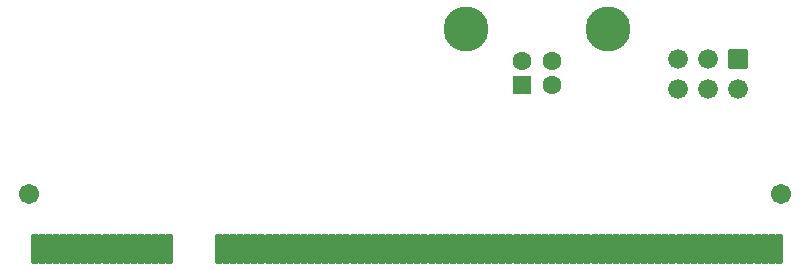
<source format=gbs>
G04 Layer: BottomSolderMaskLayer*
G04 EasyEDA v6.5.23, 2023-08-22 14:51:30*
G04 a67cddfb3fce44daa9051d46cbbcc19f,10*
G04 Gerber Generator version 0.2*
G04 Scale: 100 percent, Rotated: No, Reflected: No *
G04 Dimensions in millimeters *
G04 leading zeros omitted , absolute positions ,4 integer and 5 decimal *
%FSLAX45Y45*%
%MOMM*%

%AMMACRO1*4,1,32,-0.225,-1.2516,-0.2555,-1.2465,-0.286,-1.2313,-0.3063,-1.2109,-0.3216,-1.1805,-0.3266,-1.15,-0.3277,-1.149,-0.3277,1.1497,-0.3266,1.15,-0.3216,1.1805,-0.3063,1.2109,-0.286,1.2313,-0.2555,1.2465,-0.225,1.2516,-0.2261,1.2513,0.2261,1.2513,0.2248,1.2516,0.2553,1.2465,0.2858,1.2313,0.3061,1.2109,0.3213,1.1805,0.3264,1.15,0.3277,1.1497,0.3277,-1.149,0.3264,-1.15,0.3213,-1.1805,0.3061,-1.2109,0.2858,-1.2313,0.2553,-1.2465,0.2248,-1.2516,0.2261,-1.2506,-0.2261,-1.2506,-0.225,-1.2516,0*%
%AMMACRO2*4,1,32,-0.2253,-1.2516,-0.2558,-1.2465,-0.2863,-1.2313,-0.3066,-1.2109,-0.3218,-1.1805,-0.3269,-1.15,-0.3259,-1.149,-0.3259,1.1497,-0.3269,1.15,-0.3218,1.1805,-0.3066,1.2109,-0.2863,1.2313,-0.2558,1.2465,-0.2253,1.2516,-0.2243,1.2513,0.2253,1.2513,0.2248,1.2516,0.2553,1.2465,0.2857,1.2313,0.3061,1.2109,0.3213,1.1805,0.3264,1.15,0.3269,1.1497,0.3269,-1.149,0.3264,-1.15,0.3213,-1.1805,0.3061,-1.2109,0.2857,-1.2313,0.2553,-1.2465,0.2248,-1.2516,0.2253,-1.2506,-0.2243,-1.2506,-0.2253,-1.2516,0*%
%AMMACRO3*4,1,30,-0.225,-1.2516,-0.2555,-1.2465,-0.286,-1.2313,-0.3063,-1.2109,-0.3216,-1.1805,-0.3266,-1.15,-0.3261,-1.149,-0.3261,1.1497,-0.3266,1.15,-0.3216,1.1805,-0.3063,1.2109,-0.286,1.2313,-0.2555,1.2465,-0.225,1.2516,-0.2245,1.2513,0.225,1.2513,0.225,1.2516,0.2555,1.2465,0.286,1.2313,0.3063,1.2109,0.3216,1.1805,0.3266,1.15,0.3266,-1.15,0.3216,-1.1805,0.3063,-1.2109,0.286,-1.2313,0.2555,-1.2465,0.225,-1.2516,0.225,-1.2506,-0.2245,-1.2506,-0.225,-1.2516,0*%
%AMMACRO4*4,1,30,-0.225,-1.2516,-0.2555,-1.2465,-0.286,-1.2313,-0.3063,-1.2109,-0.3216,-1.1805,-0.3266,-1.15,-0.3266,1.15,-0.3216,1.1805,-0.3063,1.2109,-0.286,1.2313,-0.2555,1.2465,-0.225,1.2516,-0.225,1.2513,0.2245,1.2513,0.225,1.2516,0.2555,1.2465,0.286,1.2313,0.3063,1.2109,0.3216,1.1805,0.3266,1.15,0.3261,1.1497,0.3261,-1.149,0.3266,-1.15,0.3216,-1.1805,0.3063,-1.2109,0.286,-1.2313,0.2555,-1.2465,0.225,-1.2516,0.2245,-1.2506,-0.225,-1.2506,-0.225,-1.2516,0*%
%AMMACRO5*4,1,32,-0.2245,-1.2516,-0.255,-1.2465,-0.2855,-1.2313,-0.3058,-1.2109,-0.3211,-1.1805,-0.3261,-1.15,-0.3269,-1.149,-0.3269,1.1497,-0.3261,1.15,-0.3211,1.1805,-0.3058,1.2109,-0.2855,1.2313,-0.255,1.2465,-0.2245,1.2516,-0.2253,1.2513,0.2243,1.2513,0.2253,1.2516,0.2558,1.2465,0.2863,1.2313,0.3066,1.2109,0.3218,1.1805,0.3269,1.15,0.3259,1.1497,0.3259,-1.149,0.3269,-1.15,0.3218,-1.1805,0.3066,-1.2109,0.2863,-1.2313,0.2558,-1.2465,0.2253,-1.2516,0.2243,-1.2506,-0.2253,-1.2506,-0.2245,-1.2516,0*%
%AMMACRO6*4,1,32,-0.2254,-1.2516,-0.2559,-1.2465,-0.2864,-1.2313,-0.3067,-1.2109,-0.3219,-1.1805,-0.327,-1.15,-0.3258,-1.149,-0.3258,1.1497,-0.327,1.15,-0.3219,1.1805,-0.3067,1.2109,-0.2864,1.2313,-0.2559,1.2465,-0.2254,1.2516,-0.2242,1.2513,0.2254,1.2513,0.2247,1.2516,0.2551,1.2465,0.2856,1.2313,0.3059,1.2109,0.3212,1.1805,0.3263,1.15,0.327,1.1497,0.327,-1.149,0.3263,-1.15,0.3212,-1.1805,0.3059,-1.2109,0.2856,-1.2313,0.2551,-1.2465,0.2247,-1.2516,0.2254,-1.2506,-0.2242,-1.2506,-0.2254,-1.2516,0*%
%AMMACRO7*4,1,32,-0.2252,-1.2516,-0.2557,-1.2465,-0.2861,-1.2313,-0.3065,-1.2109,-0.3217,-1.1805,-0.3268,-1.15,-0.326,-1.149,-0.326,1.1497,-0.3268,1.15,-0.3217,1.1805,-0.3065,1.2109,-0.2861,1.2313,-0.2557,1.2465,-0.2252,1.2516,-0.2244,1.2513,0.2252,1.2513,0.2249,1.2516,0.2554,1.2465,0.2859,1.2313,0.3062,1.2109,0.3214,1.1805,0.3265,1.15,0.3268,1.1497,0.3268,-1.149,0.3265,-1.15,0.3214,-1.1805,0.3062,-1.2109,0.2859,-1.2313,0.2554,-1.2465,0.2249,-1.2516,0.2252,-1.2506,-0.2244,-1.2506,-0.2252,-1.2516,0*%
%AMMACRO8*4,1,32,-0.225,-1.2516,-0.2555,-1.2465,-0.286,-1.2313,-0.3063,-1.2109,-0.3216,-1.1805,-0.3266,-1.15,-0.3264,-1.149,-0.3264,1.1497,-0.3266,1.15,-0.3216,1.1805,-0.3063,1.2109,-0.286,1.2313,-0.2555,1.2465,-0.225,1.2516,-0.2248,1.2513,0.2248,1.2513,0.225,1.2516,0.2555,1.2465,0.286,1.2313,0.3063,1.2109,0.3216,1.1805,0.3266,1.15,0.3264,1.1497,0.3264,-1.149,0.3266,-1.15,0.3216,-1.1805,0.3063,-1.2109,0.286,-1.2313,0.2555,-1.2465,0.225,-1.2516,0.2248,-1.2506,-0.2248,-1.2506,-0.225,-1.2516,0*%
%AMMACRO9*4,1,32,-0.2249,-1.2516,-0.2554,-1.2465,-0.2859,-1.2313,-0.3062,-1.2109,-0.3214,-1.1805,-0.3265,-1.15,-0.3268,-1.149,-0.3268,1.1497,-0.3265,1.15,-0.3214,1.1805,-0.3062,1.2109,-0.2859,1.2313,-0.2554,1.2465,-0.2249,1.2516,-0.2252,1.2513,0.2244,1.2513,0.2252,1.2516,0.2557,1.2465,0.2861,1.2313,0.3065,1.2109,0.3217,1.1805,0.3268,1.15,0.326,1.1497,0.326,-1.149,0.3268,-1.15,0.3217,-1.1805,0.3065,-1.2109,0.2861,-1.2313,0.2557,-1.2465,0.2252,-1.2516,0.2244,-1.2506,-0.2252,-1.2506,-0.2249,-1.2516,0*%
%AMMACRO10*4,1,32,-0.2254,-1.2516,-0.2559,-1.2465,-0.2864,-1.2313,-0.3067,-1.2109,-0.3219,-1.1805,-0.327,-1.15,-0.3258,-1.149,-0.3258,1.1497,-0.327,1.15,-0.3219,1.1805,-0.3067,1.2109,-0.2864,1.2313,-0.2559,1.2465,-0.2254,1.2516,-0.2242,1.2513,0.2254,1.2513,0.2244,1.2516,0.2549,1.2465,0.2854,1.2313,0.3057,1.2109,0.3209,1.1805,0.326,1.15,0.327,1.1497,0.327,-1.149,0.326,-1.15,0.3209,-1.1805,0.3057,-1.2109,0.2854,-1.2313,0.2549,-1.2465,0.2244,-1.2516,0.2254,-1.2506,-0.2242,-1.2506,-0.2254,-1.2516,0*%
%AMMACRO11*4,1,32,-0.2253,-1.2516,-0.2558,-1.2465,-0.2863,-1.2313,-0.3066,-1.2109,-0.3218,-1.1805,-0.3269,-1.15,-0.3259,-1.149,-0.3259,1.1497,-0.3269,1.15,-0.3218,1.1805,-0.3066,1.2109,-0.2863,1.2313,-0.2558,1.2465,-0.2253,1.2516,-0.2243,1.2513,0.2253,1.2513,0.2245,1.2516,0.255,1.2465,0.2855,1.2313,0.3058,1.2109,0.3211,1.1805,0.3261,1.15,0.3269,1.1497,0.3269,-1.149,0.3261,-1.15,0.3211,-1.1805,0.3058,-1.2109,0.2855,-1.2313,0.255,-1.2465,0.2245,-1.2516,0.2253,-1.2506,-0.2243,-1.2506,-0.2253,-1.2516,0*%
%AMMACRO12*4,1,32,-0.2253,-1.2516,-0.2558,-1.2465,-0.2863,-1.2313,-0.3066,-1.2109,-0.3218,-1.1805,-0.3269,-1.15,-0.3277,-1.149,-0.3277,1.1497,-0.3269,1.15,-0.3218,1.1805,-0.3066,1.2109,-0.2863,1.2313,-0.2558,1.2465,-0.2253,1.2516,-0.2261,1.2513,0.2261,1.2513,0.2248,1.2516,0.2553,1.2465,0.2858,1.2313,0.3061,1.2109,0.3213,1.1805,0.3264,1.15,0.3277,1.1497,0.3277,-1.149,0.3264,-1.15,0.3213,-1.1805,0.3061,-1.2109,0.2858,-1.2313,0.2553,-1.2465,0.2248,-1.2516,0.2261,-1.2506,-0.2261,-1.2506,-0.2253,-1.2516,0*%
%AMMACRO13*4,1,32,-0.225,-1.2516,-0.2555,-1.2465,-0.286,-1.2313,-0.3063,-1.2109,-0.3216,-1.1805,-0.3266,-1.15,-0.3261,-1.149,-0.3261,1.1497,-0.3266,1.15,-0.3216,1.1805,-0.3063,1.2109,-0.286,1.2313,-0.2555,1.2465,-0.225,1.2516,-0.2245,1.2513,0.225,1.2513,0.2248,1.2516,0.2553,1.2465,0.2858,1.2313,0.3061,1.2109,0.3213,1.1805,0.3264,1.15,0.3266,1.1497,0.3266,-1.149,0.3264,-1.15,0.3213,-1.1805,0.3061,-1.2109,0.2858,-1.2313,0.2553,-1.2465,0.2248,-1.2516,0.225,-1.2506,-0.2245,-1.2506,-0.225,-1.2516,0*%
%AMMACRO14*4,1,32,-0.2248,-1.2516,-0.2553,-1.2465,-0.2858,-1.2313,-0.3061,-1.2109,-0.3213,-1.1805,-0.3264,-1.15,-0.3269,-1.149,-0.3269,1.1497,-0.3264,1.15,-0.3213,1.1805,-0.3061,1.2109,-0.2858,1.2313,-0.2553,1.2465,-0.2248,1.2516,-0.2253,1.2513,0.2243,1.2513,0.2253,1.2516,0.2558,1.2465,0.2863,1.2313,0.3066,1.2109,0.3218,1.1805,0.3269,1.15,0.3259,1.1497,0.3259,-1.149,0.3269,-1.15,0.3218,-1.1805,0.3066,-1.2109,0.2863,-1.2313,0.2558,-1.2465,0.2253,-1.2516,0.2243,-1.2506,-0.2253,-1.2506,-0.2248,-1.2516,0*%
%AMMACRO15*4,1,32,-0.225,-1.2516,-0.2555,-1.2465,-0.286,-1.2313,-0.3063,-1.2109,-0.3216,-1.1805,-0.3266,-1.15,-0.3277,-1.149,-0.3277,1.1497,-0.3266,1.15,-0.3216,1.1805,-0.3063,1.2109,-0.286,1.2313,-0.2555,1.2465,-0.225,1.2516,-0.2261,1.2513,0.2261,1.2513,0.225,1.2516,0.2555,1.2465,0.286,1.2313,0.3063,1.2109,0.3216,1.1805,0.3266,1.15,0.3277,1.1497,0.3277,-1.149,0.3266,-1.15,0.3216,-1.1805,0.3063,-1.2109,0.286,-1.2313,0.2555,-1.2465,0.225,-1.2516,0.2261,-1.2506,-0.2261,-1.2506,-0.225,-1.2516,0*%
%AMMACRO16*4,1,32,-0.2252,-1.2516,-0.2557,-1.2465,-0.2861,-1.2313,-0.3065,-1.2109,-0.3217,-1.1805,-0.3268,-1.15,-0.326,-1.149,-0.326,1.1497,-0.3268,1.15,-0.3217,1.1805,-0.3065,1.2109,-0.2861,1.2313,-0.2557,1.2465,-0.2252,1.2516,-0.2244,1.2513,0.2252,1.2513,0.2247,1.2516,0.2551,1.2465,0.2856,1.2313,0.3059,1.2109,0.3212,1.1805,0.3263,1.15,0.3268,1.1497,0.3268,-1.149,0.3263,-1.15,0.3212,-1.1805,0.3059,-1.2109,0.2856,-1.2313,0.2551,-1.2465,0.2247,-1.2516,0.2252,-1.2506,-0.2244,-1.2506,-0.2252,-1.2516,0*%
%AMMACRO17*4,1,32,-0.2249,-1.2516,-0.2554,-1.2465,-0.2859,-1.2313,-0.3062,-1.2109,-0.3214,-1.1805,-0.3265,-1.15,-0.3263,-1.149,-0.3263,1.1497,-0.3265,1.15,-0.3214,1.1805,-0.3062,1.2109,-0.2859,1.2313,-0.2554,1.2465,-0.2249,1.2516,-0.2247,1.2513,0.2249,1.2513,0.2249,1.2516,0.2554,1.2465,0.2859,1.2313,0.3062,1.2109,0.3214,1.1805,0.3265,1.15,0.3265,1.1497,0.3265,-1.149,0.3265,-1.15,0.3214,-1.1805,0.3062,-1.2109,0.2859,-1.2313,0.2554,-1.2465,0.2249,-1.2516,0.2249,-1.2506,-0.2247,-1.2506,-0.2249,-1.2516,0*%
%AMMACRO18*4,1,32,-0.2249,-1.2516,-0.2554,-1.2465,-0.2859,-1.2313,-0.3062,-1.2109,-0.3214,-1.1805,-0.3265,-1.15,-0.3265,-1.149,-0.3265,1.1497,-0.3265,1.15,-0.3214,1.1805,-0.3062,1.2109,-0.2859,1.2313,-0.2554,1.2465,-0.2249,1.2516,-0.2249,1.2513,0.2247,1.2513,0.2249,1.2516,0.2554,1.2465,0.2859,1.2313,0.3062,1.2109,0.3214,1.1805,0.3265,1.15,0.3263,1.1497,0.3263,-1.149,0.3265,-1.15,0.3214,-1.1805,0.3062,-1.2109,0.2859,-1.2313,0.2554,-1.2465,0.2249,-1.2516,0.2247,-1.2506,-0.2249,-1.2506,-0.2249,-1.2516,0*%
%AMMACRO19*4,1,32,-0.2248,-1.2516,-0.2553,-1.2465,-0.2857,-1.2313,-0.3061,-1.2109,-0.3213,-1.1805,-0.3264,-1.15,-0.3269,-1.149,-0.3269,1.1497,-0.3264,1.15,-0.3213,1.1805,-0.3061,1.2109,-0.2857,1.2313,-0.2553,1.2465,-0.2248,1.2516,-0.2253,1.2513,0.2243,1.2513,0.2253,1.2516,0.2558,1.2465,0.2863,1.2313,0.3066,1.2109,0.3218,1.1805,0.3269,1.15,0.3259,1.1497,0.3259,-1.149,0.3269,-1.15,0.3218,-1.1805,0.3066,-1.2109,0.2863,-1.2313,0.2558,-1.2465,0.2253,-1.2516,0.2243,-1.2506,-0.2253,-1.2506,-0.2248,-1.2516,0*%
%AMMACRO20*4,1,32,-0.2253,-1.2516,-0.2558,-1.2465,-0.2863,-1.2313,-0.3066,-1.2109,-0.3218,-1.1805,-0.3269,-1.15,-0.3259,-1.149,-0.3259,1.1497,-0.3269,1.15,-0.3218,1.1805,-0.3066,1.2109,-0.2863,1.2313,-0.2558,1.2465,-0.2253,1.2516,-0.2243,1.2513,0.2253,1.2513,0.2248,1.2516,0.2553,1.2465,0.2858,1.2313,0.3061,1.2109,0.3213,1.1805,0.3264,1.15,0.3269,1.1497,0.3269,-1.149,0.3264,-1.15,0.3213,-1.1805,0.3061,-1.2109,0.2858,-1.2313,0.2553,-1.2465,0.2248,-1.2516,0.2253,-1.2506,-0.2243,-1.2506,-0.2253,-1.2516,0*%
%AMMACRO21*4,1,32,-0.2248,-1.2516,-0.2553,-1.2465,-0.2858,-1.2313,-0.3061,-1.2109,-0.3213,-1.1805,-0.3264,-1.15,-0.3266,-1.149,-0.3266,1.1497,-0.3264,1.15,-0.3213,1.1805,-0.3061,1.2109,-0.2858,1.2313,-0.2553,1.2465,-0.2248,1.2516,-0.225,1.2513,0.2245,1.2513,0.225,1.2516,0.2555,1.2465,0.286,1.2313,0.3063,1.2109,0.3216,1.1805,0.3266,1.15,0.3261,1.1497,0.3261,-1.149,0.3266,-1.15,0.3216,-1.1805,0.3063,-1.2109,0.286,-1.2313,0.2555,-1.2465,0.225,-1.2516,0.2245,-1.2506,-0.225,-1.2506,-0.2248,-1.2516,0*%
%AMMACRO22*4,1,30,-0.2249,-1.2516,-0.2554,-1.2465,-0.2859,-1.2313,-0.3062,-1.2109,-0.3214,-1.1805,-0.3265,-1.15,-0.3265,1.15,-0.3214,1.1805,-0.3062,1.2109,-0.2859,1.2313,-0.2554,1.2465,-0.2249,1.2516,-0.2249,1.2513,0.2247,1.2513,0.2249,1.2516,0.2554,1.2465,0.2859,1.2313,0.3062,1.2109,0.3214,1.1805,0.3265,1.15,0.3263,1.1497,0.3263,-1.149,0.3265,-1.15,0.3214,-1.1805,0.3062,-1.2109,0.2859,-1.2313,0.2554,-1.2465,0.2249,-1.2516,0.2247,-1.2506,-0.2249,-1.2506,-0.2249,-1.2516,0*%
%AMMACRO23*4,1,32,-0.2247,-1.2516,-0.2551,-1.2465,-0.2856,-1.2313,-0.3059,-1.2109,-0.3212,-1.1805,-0.3263,-1.15,-0.3268,-1.149,-0.3268,1.1497,-0.3263,1.15,-0.3212,1.1805,-0.3059,1.2109,-0.2856,1.2313,-0.2551,1.2465,-0.2247,1.2516,-0.2252,1.2513,0.2244,1.2513,0.2252,1.2516,0.2557,1.2465,0.2861,1.2313,0.3065,1.2109,0.3217,1.1805,0.3268,1.15,0.326,1.1497,0.326,-1.149,0.3268,-1.15,0.3217,-1.1805,0.3065,-1.2109,0.2861,-1.2313,0.2557,-1.2465,0.2252,-1.2516,0.2244,-1.2506,-0.2252,-1.2506,-0.2247,-1.2516,0*%
%AMMACRO24*4,1,32,-0.225,-1.2516,-0.2555,-1.2465,-0.286,-1.2313,-0.3063,-1.2109,-0.3216,-1.1805,-0.3266,-1.15,-0.3261,-1.149,-0.3261,1.1497,-0.3266,1.15,-0.3216,1.1805,-0.3063,1.2109,-0.286,1.2313,-0.2555,1.2465,-0.225,1.2516,-0.2245,1.2513,0.225,1.2513,0.225,1.2516,0.2555,1.2465,0.286,1.2313,0.3063,1.2109,0.3216,1.1805,0.3266,1.15,0.3266,1.1497,0.3266,-1.149,0.3266,-1.15,0.3216,-1.1805,0.3063,-1.2109,0.286,-1.2313,0.2555,-1.2465,0.225,-1.2516,0.225,-1.2506,-0.2245,-1.2506,-0.225,-1.2516,0*%
%AMMACRO25*4,1,32,-0.225,-1.2516,-0.2555,-1.2465,-0.286,-1.2313,-0.3063,-1.2109,-0.3216,-1.1805,-0.3266,-1.15,-0.3266,-1.149,-0.3266,1.1497,-0.3266,1.15,-0.3216,1.1805,-0.3063,1.2109,-0.286,1.2313,-0.2555,1.2465,-0.225,1.2516,-0.225,1.2513,0.2245,1.2513,0.225,1.2516,0.2555,1.2465,0.286,1.2313,0.3063,1.2109,0.3216,1.1805,0.3266,1.15,0.3261,1.1497,0.3261,-1.149,0.3266,-1.15,0.3216,-1.1805,0.3063,-1.2109,0.286,-1.2313,0.2555,-1.2465,0.225,-1.2516,0.2245,-1.2506,-0.225,-1.2506,-0.225,-1.2516,0*%
%AMMACRO26*1,1,$1,$2,$3*1,1,$1,$4,$5*1,1,$1,0-$2,0-$3*1,1,$1,0-$4,0-$5*20,1,$1,$2,$3,$4,$5,0*20,1,$1,$4,$5,0-$2,0-$3,0*20,1,$1,0-$2,0-$3,0-$4,0-$5,0*20,1,$1,0-$4,0-$5,$2,$3,0*4,1,4,$2,$3,$4,$5,0-$2,0-$3,0-$4,0-$5,$2,$3,0*%
%ADD10MACRO1*%
%ADD11MACRO2*%
%ADD12MACRO3*%
%ADD13MACRO4*%
%ADD14MACRO5*%
%ADD15MACRO6*%
%ADD16MACRO7*%
%ADD17MACRO8*%
%ADD18MACRO9*%
%ADD19MACRO10*%
%ADD20MACRO11*%
%ADD21MACRO12*%
%ADD22MACRO13*%
%ADD23MACRO14*%
%ADD24MACRO15*%
%ADD25MACRO16*%
%ADD26MACRO17*%
%ADD27MACRO18*%
%ADD28MACRO19*%
%ADD29MACRO20*%
%ADD30MACRO21*%
%ADD31MACRO22*%
%ADD32MACRO23*%
%ADD33MACRO24*%
%ADD34MACRO25*%
%ADD35C,1.7033*%
%ADD36C,1.6032*%
%ADD37MACRO26,0.2032X0.7X-0.7X-0.7X-0.7*%
%ADD38C,3.8032*%
%ADD39C,1.6764*%
%ADD40MACRO26,0.1016X0.7874X-0.7874X-0.7874X-0.7874*%

%LPD*%
D10*
G01*
X245110Y140045D03*
D11*
G01*
X305130Y140045D03*
D12*
G01*
X365099Y140045D03*
D13*
G01*
X425094Y140045D03*
D14*
G01*
X485063Y140045D03*
D15*
G01*
X545147Y140045D03*
D16*
G01*
X605116Y140045D03*
D17*
G01*
X665098Y140045D03*
D18*
G01*
X725081Y140045D03*
D10*
G01*
X785113Y140045D03*
D11*
G01*
X845134Y140045D03*
D12*
G01*
X905103Y140045D03*
D13*
G01*
X965098Y140045D03*
D14*
G01*
X1025067Y140045D03*
D19*
G01*
X1085151Y140045D03*
D16*
G01*
X1145120Y140045D03*
D17*
G01*
X1205103Y140045D03*
D18*
G01*
X1265085Y140045D03*
D10*
G01*
X1325118Y140045D03*
D20*
G01*
X1385138Y140045D03*
D18*
G01*
X1805089Y140045D03*
D21*
G01*
X1865121Y140045D03*
D20*
G01*
X1925142Y140045D03*
D22*
G01*
X1985111Y140045D03*
D13*
G01*
X2045106Y140045D03*
D23*
G01*
X2105075Y140045D03*
D24*
G01*
X2165095Y140045D03*
D25*
G01*
X2225128Y140045D03*
D26*
G01*
X2285098Y140045D03*
D18*
G01*
X2345093Y140045D03*
D21*
G01*
X2405125Y140045D03*
D15*
G01*
X2465133Y140045D03*
D22*
G01*
X2525115Y140045D03*
D27*
G01*
X2585097Y140045D03*
D28*
G01*
X2645079Y140045D03*
D24*
G01*
X2705100Y140045D03*
D11*
G01*
X2765120Y140045D03*
D26*
G01*
X2825102Y140045D03*
D18*
G01*
X2885097Y140045D03*
D21*
G01*
X2945129Y140045D03*
D15*
G01*
X3005137Y140045D03*
D16*
G01*
X3065106Y140045D03*
D27*
G01*
X3125101Y140045D03*
D28*
G01*
X3185083Y140045D03*
D24*
G01*
X3245104Y140045D03*
D29*
G01*
X3305124Y140045D03*
D12*
G01*
X3365093Y140045D03*
D30*
G01*
X3425088Y140045D03*
D21*
G01*
X3485134Y140045D03*
D15*
G01*
X3545141Y140045D03*
D16*
G01*
X3605110Y140045D03*
D31*
G01*
X3665105Y140045D03*
D32*
G01*
X3725075Y140045D03*
D24*
G01*
X3785107Y140045D03*
D11*
G01*
X3845128Y140045D03*
D12*
G01*
X3905097Y140045D03*
D30*
G01*
X3965092Y140045D03*
D14*
G01*
X4025061Y140045D03*
D15*
G01*
X4085145Y140045D03*
D16*
G01*
X4145114Y140045D03*
D17*
G01*
X4205096Y140045D03*
D32*
G01*
X4265079Y140045D03*
D10*
G01*
X4325111Y140045D03*
D11*
G01*
X4385132Y140045D03*
D33*
G01*
X4445101Y140045D03*
D34*
G01*
X4505096Y140045D03*
D14*
G01*
X4565065Y140045D03*
D19*
G01*
X4625149Y140045D03*
D16*
G01*
X4685118Y140045D03*
D17*
G01*
X4745101Y140045D03*
D18*
G01*
X4805083Y140045D03*
D10*
G01*
X4865115Y140045D03*
D20*
G01*
X4925136Y140045D03*
D33*
G01*
X4985105Y140045D03*
D13*
G01*
X5045100Y140045D03*
D28*
G01*
X5105069Y140045D03*
D19*
G01*
X5165153Y140045D03*
D25*
G01*
X5225122Y140045D03*
D17*
G01*
X5285105Y140045D03*
D18*
G01*
X5345087Y140045D03*
D21*
G01*
X5405120Y140045D03*
D20*
G01*
X5465140Y140045D03*
D12*
G01*
X5525109Y140045D03*
D13*
G01*
X5585104Y140045D03*
D23*
G01*
X5645073Y140045D03*
D24*
G01*
X5705093Y140045D03*
D25*
G01*
X5765126Y140045D03*
D17*
G01*
X5825109Y140045D03*
D18*
G01*
X5885091Y140045D03*
D21*
G01*
X5945124Y140045D03*
D15*
G01*
X6005131Y140045D03*
D22*
G01*
X6065113Y140045D03*
D13*
G01*
X6125108Y140045D03*
D28*
G01*
X6185077Y140045D03*
D24*
G01*
X6245097Y140045D03*
D25*
G01*
X6305130Y140045D03*
D26*
G01*
X6365100Y140045D03*
D18*
G01*
X6425095Y140045D03*
D21*
G01*
X6485127Y140045D03*
D15*
G01*
X6545135Y140045D03*
D35*
G01*
X6560159Y599998D03*
G01*
X199999Y599998D03*
D36*
G01*
X4624984Y1729003D03*
G01*
X4624984Y1529003D03*
D37*
G01*
X4374989Y1529013D03*
D36*
G01*
X4374997Y1729003D03*
D38*
G01*
X3897985Y1999995D03*
G01*
X5101996Y1999995D03*
D39*
G01*
X5691987Y1495983D03*
G01*
X5691987Y1749983D03*
G01*
X5945987Y1495983D03*
G01*
X5945987Y1749983D03*
G01*
X6199987Y1495983D03*
D40*
G01*
X6199987Y1749996D03*
M02*

</source>
